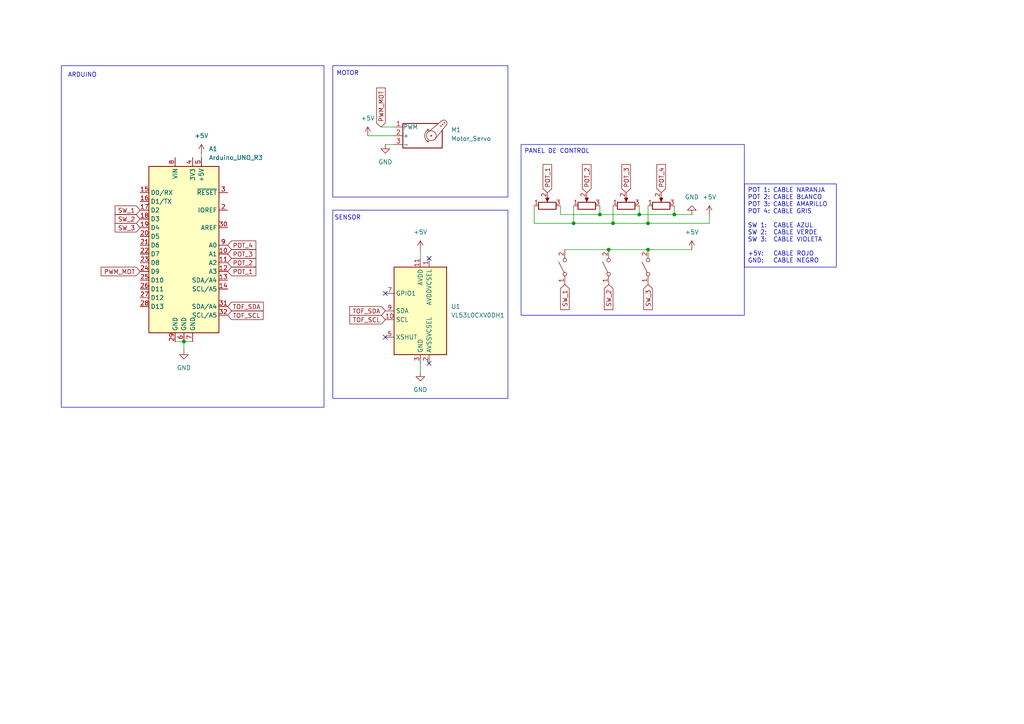
<source format=kicad_sch>
(kicad_sch (version 20250114) (generator "eeschema") (generator_version "9.0")
  (paper "A4")
  (lib_symbols
    (symbol "Device:R_Potentiometer" (pin_names (offset 1.016) (hide yes))
      (property "Reference" "RV" (at -4.445 0 90))
      (property "Value" "R_Potentiometer" (at -2.54 0 90))
      (symbol "R_Potentiometer_0_1"
        (rectangle (start 1.016 2.54) (end -1.016 -2.54) (stroke (width 0.254)))
        (polyline (pts (xy 1.143 0) (xy 2.286 0.508) (xy 2.286 -0.508) (xy 1.143 0)) (fill (type outline)))
        (polyline (pts (xy 2.54 0) (xy 1.524 0)))
      )
      (symbol "R_Potentiometer_1_1"
        (pin passive line (at 0 3.81 270) (length 1.27) (name "1") (number "1"))
        (pin passive line (at 0 -3.81 90) (length 1.27) (name "3") (number "3"))
        (pin passive line (at 3.81 0 180) (length 1.27) (name "2") (number "2"))
      )
    )
    (symbol "MCU_Module:Arduino_UNO_R3"
      (property "Reference" "A" (at -10.16 23.495 0))
      (property "Value" "Arduino_UNO_R3" (at 5.08 -26.67 0))
      (symbol "Arduino_UNO_R3_0_1"
        (rectangle (start -10.16 22.86) (end 10.16 -25.4) (stroke (width 0.254)) (fill (type background)))
      )
      (symbol "Arduino_UNO_R3_1_1"
        (pin bidirectional line (at -12.7 15.24 0) (length 2.54) (name "D0/RX") (number "15"))
        (pin bidirectional line (at -12.7 12.7 0) (length 2.54) (name "D1/TX") (number "16"))
        (pin bidirectional line (at -12.7 10.16 0) (length 2.54) (name "D2") (number "17"))
        (pin bidirectional line (at -12.7 7.62 0) (length 2.54) (name "D3") (number "18"))
        (pin bidirectional line (at -12.7 5.08 0) (length 2.54) (name "D4") (number "19"))
        (pin bidirectional line (at -12.7 2.54 0) (length 2.54) (name "D5") (number "20"))
        (pin bidirectional line (at -12.7 0 0) (length 2.54) (name "D6") (number "21"))
        (pin bidirectional line (at -12.7 -2.54 0) (length 2.54) (name "D7") (number "22"))
        (pin bidirectional line (at -12.7 -5.08 0) (length 2.54) (name "D8") (number "23"))
        (pin bidirectional line (at -12.7 -7.62 0) (length 2.54) (name "D9") (number "24"))
        (pin bidirectional line (at -12.7 -10.16 0) (length 2.54) (name "D10") (number "25"))
        (pin bidirectional line (at -12.7 -12.7 0) (length 2.54) (name "D11") (number "26"))
        (pin bidirectional line (at -12.7 -15.24 0) (length 2.54) (name "D12") (number "27"))
        (pin bidirectional line (at -12.7 -17.78 0) (length 2.54) (name "D13") (number "28"))
        (pin no_connect line (at -10.16 -20.32 0) (length 2.54) (hide yes) (name "NC") (number "1"))
        (pin power_in line (at -2.54 25.4 270) (length 2.54) (name "VIN") (number "8"))
        (pin power_in line (at -2.54 -27.94 90) (length 2.54) (name "GND") (number "29"))
        (pin power_in line (at 0 -27.94 90) (length 2.54) (name "GND") (number "6"))
        (pin power_out line (at 2.54 25.4 270) (length 2.54) (name "3V3") (number "4"))
        (pin power_in line (at 2.54 -27.94 90) (length 2.54) (name "GND") (number "7"))
        (pin power_out line (at 5.08 25.4 270) (length 2.54) (name "+5V") (number "5"))
        (pin input line (at 12.7 15.24 180) (length 2.54) (name "~{RESET}") (number "3"))
        (pin output line (at 12.7 10.16 180) (length 2.54) (name "IOREF") (number "2"))
        (pin input line (at 12.7 5.08 180) (length 2.54) (name "AREF") (number "30"))
        (pin bidirectional line (at 12.7 0 180) (length 2.54) (name "A0") (number "9"))
        (pin bidirectional line (at 12.7 -2.54 180) (length 2.54) (name "A1") (number "10"))
        (pin bidirectional line (at 12.7 -5.08 180) (length 2.54) (name "A2") (number "11"))
        (pin bidirectional line (at 12.7 -7.62 180) (length 2.54) (name "A3") (number "12"))
        (pin bidirectional line (at 12.7 -10.16 180) (length 2.54) (name "SDA/A4") (number "13"))
        (pin bidirectional line (at 12.7 -12.7 180) (length 2.54) (name "SCL/A5") (number "14"))
        (pin bidirectional line (at 12.7 -17.78 180) (length 2.54) (name "SDA/A4") (number "31"))
        (pin bidirectional line (at 12.7 -20.32 180) (length 2.54) (name "SCL/A5") (number "32"))
      )
    )
    (symbol "Motor:Motor_Servo" (pin_names (offset 0.0254))
      (property "Reference" "M" (at -5.08 4.445 0))
      (property "Value" "Motor_Servo" (at -5.08 -4.064 0))
      (symbol "Motor_Servo_0_1"
        (polyline (pts (xy 2.413 1.778) (xy 1.905 1.778)))
        (polyline (pts (xy 2.413 1.778) (xy 2.286 1.397)))
        (polyline (pts (xy 2.413 -1.778) (xy 2.032 -1.778)))
        (polyline (pts (xy 2.413 -1.778) (xy 2.286 -1.397)))
        (arc (start 2.413 -1.778) (mid 1.2406 0) (end 2.413 1.778))
        (circle (center 3.175 0) (radius 0.1778))
        (circle (center 3.175 0) (radius 1.4224))
        (polyline (pts (xy 5.08 3.556) (xy -5.08 3.556) (xy -5.08 -3.556) (xy 6.35 -3.556) (xy 6.35 1.524)) (stroke (width 0.254)))
        (circle (center 5.969 2.794) (radius 0.127))
        (polyline (pts (xy 6.35 4.445) (xy 2.54 1.27)))
        (circle (center 6.477 3.302) (radius 0.127))
        (arc (start 6.35 4.445) (mid 7.4487 4.2737) (end 7.62 3.175))
        (circle (center 6.985 3.81) (radius 0.127))
        (polyline (pts (xy 7.62 3.175) (xy 4.191 -1.016)))
      )
      (symbol "Motor_Servo_1_1"
        (pin passive line (at -7.62 2.54 0) (length 2.54) (name "PWM") (number "1"))
        (pin passive line (at -7.62 0 0) (length 2.54) (name "+") (number "2"))
        (pin passive line (at -7.62 -2.54 0) (length 2.54) (name "-") (number "3"))
      )
    )
    (symbol "Sensor_Distance:VL53L0CXV0DH1"
      (property "Reference" "U" (at -6.35 13.97 0))
      (property "Value" "VL53L0CXV0DH1" (at 12.065 13.97 0))
      (symbol "VL53L0CXV0DH1_0_1"
        (rectangle (start -7.62 12.7) (end 7.62 -12.7) (stroke (width 0.254)) (fill (type background)))
      )
      (symbol "VL53L0CXV0DH1_1_1"
        (pin open_collector line (at -10.16 5.08 0) (length 2.54) (name "GPIO1") (number "7"))
        (pin bidirectional line (at -10.16 0 0) (length 2.54) (name "SDA") (number "9"))
        (pin input line (at -10.16 -2.54 0) (length 2.54) (name "SCL") (number "10"))
        (pin input line (at -10.16 -7.62 0) (length 2.54) (name "XSHUT") (number "5"))
        (pin no_connect line (at -7.62 7.62 0) (length 2.54) (hide yes) (name "DNC") (number "8"))
        (pin power_in line (at 0 15.24 270) (length 2.54) (name "AVDD") (number "11"))
        (pin passive line (at 0 -15.24 90) (length 2.54) (hide yes) (name "GND") (number "12"))
        (pin power_in line (at 0 -15.24 90) (length 2.54) (name "GND") (number "3"))
        (pin passive line (at 0 -15.24 90) (length 2.54) (hide yes) (name "GND") (number "4"))
        (pin passive line (at 0 -15.24 90) (length 2.54) (hide yes) (name "GND") (number "6"))
        (pin power_in line (at 2.54 15.24 270) (length 2.54) (name "AVDDVCSEL") (number "1"))
        (pin power_in line (at 2.54 -15.24 90) (length 2.54) (name "AVSSVCSEL") (number "2"))
      )
    )
    (symbol "Switch:SW_SPST" (pin_names (offset 0) (hide yes))
      (property "Reference" "SW" (at 0 3.175 0))
      (property "Value" "SW_SPST" (at 0 -2.54 0))
      (symbol "SW_SPST_0_0"
        (circle (center -2.032 0) (radius 0.508))
        (polyline (pts (xy -1.524 0.254) (xy 1.524 1.778)))
        (circle (center 2.032 0) (radius 0.508))
      )
      (symbol "SW_SPST_1_1"
        (pin passive line (at -5.08 0 0) (length 2.54) (name "A") (number "1"))
        (pin passive line (at 5.08 0 180) (length 2.54) (name "B") (number "2"))
      )
    )
    (symbol "power:+5V" (power) (pin_numbers (hide yes)) (pin_names (offset 0) (hide yes))
      (property "Value" "+5V" (at 0 3.556 0))
      (symbol "+5V_0_1"
        (polyline (pts (xy -0.762 1.27) (xy 0 2.54)))
        (polyline (pts (xy 0 2.54) (xy 0.762 1.27)))
        (polyline (pts (xy 0 0) (xy 0 2.54)))
      )
      (symbol "+5V_1_1"
        (pin power_in line (at 0 0 90) (length 0) (name "~") (number "1"))
      )
    )
    (symbol "power:GND" (power) (pin_numbers (hide yes)) (pin_names (offset 0) (hide yes))
      (property "Value" "GND" (at 0 -3.81 0))
      (symbol "GND_0_1"
        (polyline (pts (xy 0 0) (xy 0 -1.27) (xy 1.27 -1.27) (xy 0 -2.54) (xy -1.27 -1.27) (xy 0 -1.27)))
      )
      (symbol "GND_1_1"
        (pin power_in line (at 0 0 270) (length 0) (name "~") (number "1"))
      )
    )
  )
  (rectangle (start 96.52 19.05) (end 147.32 57.15))
  (rectangle (start 96.52 60.96) (end 147.32 115.57))
  (rectangle (start 17.78 19.05) (end 93.98 118.11))
  (rectangle (start 151.13 41.91) (end 215.9 91.44))
  (text "MOTOR" (at 100.838 21.336 0) (effects (font (size 1.27 1.27))))
  (text "ARDUINO" (at 23.876 21.844 0) (effects (font (size 1.27 1.27))))
  (text "PANEL DE CONTROL" (at 161.544 43.942 0) (effects (font (size 1.27 1.27))))
  (text "SENSOR" (at 100.838 63.246 0) (effects (font (size 1.27 1.27))))
  (text_box "POT 1: CABLE NARANJA\nPOT 2: CABLE BLANCO\nPOT 3: CABLE AMARILLO\nPOT 4: CABLE GRIS\n\nSW 1:  CABLE AZUL\nSW 2:  CABLE VERDE\nSW 3:  CABLE VIOLETA\n\n+5V:   CABLE ROJO\nGND:   CABLE NEGRO" (at 215.9 53.34 0) (size 26.67 24.13) (margins 0.9525 0.9525 0.9525 0.9525) (effects (font (size 1.27 1.27)) (justify left top)))
  (junction (at 173.99 62.23))
  (junction (at 53.34 99.06))
  (junction (at 177.8 64.77))
  (junction (at 195.58 62.23))
  (junction (at 187.96 64.77))
  (junction (at 176.53 72.39))
  (junction (at 187.96 72.39))
  (junction (at 166.37 64.77))
  (junction (at 185.42 62.23))
  (no_connect (at 124.46 105.41))
  (no_connect (at 111.76 97.79))
  (no_connect (at 124.46 74.93))
  (no_connect (at 111.76 85.09))
  (wire (pts (xy 187.96 59.69) (xy 187.96 64.77)))
  (wire (pts (xy 162.56 62.23) (xy 173.99 62.23)))
  (wire (pts (xy 187.96 72.39) (xy 200.66 72.39)))
  (wire (pts (xy 53.34 99.06) (xy 55.88 99.06)))
  (wire (pts (xy 154.94 59.69) (xy 154.94 64.77)))
  (wire (pts (xy 58.42 44.45) (xy 58.42 45.72)))
  (wire (pts (xy 185.42 59.69) (xy 185.42 62.23)))
  (wire (pts (xy 50.8 99.06) (xy 53.34 99.06)))
  (wire (pts (xy 166.37 59.69) (xy 166.37 64.77)))
  (wire (pts (xy 106.68 39.37) (xy 114.3 39.37)))
  (wire (pts (xy 177.8 64.77) (xy 187.96 64.77)))
  (wire (pts (xy 121.92 105.41) (xy 121.92 107.95)))
  (wire (pts (xy 173.99 62.23) (xy 185.42 62.23)))
  (wire (pts (xy 166.37 64.77) (xy 177.8 64.77)))
  (wire (pts (xy 163.83 72.39) (xy 176.53 72.39)))
  (wire (pts (xy 185.42 62.23) (xy 195.58 62.23)))
  (wire (pts (xy 111.76 41.91) (xy 114.3 41.91)))
  (wire (pts (xy 121.92 72.39) (xy 121.92 74.93)))
  (wire (pts (xy 173.99 59.69) (xy 173.99 62.23)))
  (wire (pts (xy 195.58 62.23) (xy 200.66 62.23)))
  (wire (pts (xy 177.8 59.69) (xy 177.8 64.77)))
  (wire (pts (xy 187.96 64.77) (xy 205.74 64.77)))
  (wire (pts (xy 195.58 59.69) (xy 195.58 62.23)))
  (wire (pts (xy 205.74 62.23) (xy 205.74 64.77)))
  (wire (pts (xy 176.53 72.39) (xy 187.96 72.39)))
  (wire (pts (xy 110.49 36.83) (xy 114.3 36.83)))
  (wire (pts (xy 154.94 64.77) (xy 166.37 64.77)))
  (wire (pts (xy 162.56 59.69) (xy 162.56 62.23)))
  (wire (pts (xy 53.34 99.06) (xy 53.34 101.6)))
  (global_label "SW_3" (shape input) (at 187.96 82.55 270) (property "Intersheetrefs" "${INTERSHEET_REFS}" (effects (hide yes))))
  (global_label "SW_3" (shape input) (at 40.64 66.04 180) (property "Intersheetrefs" "${INTERSHEET_REFS}" (effects (hide yes))))
  (global_label "POT_4" (shape input) (at 191.77 55.88 90) (property "Intersheetrefs" "${INTERSHEET_REFS}" (effects (hide yes))))
  (global_label "POT_4" (shape input) (at 66.04 71.12 0) (property "Intersheetrefs" "${INTERSHEET_REFS}" (effects (hide yes))))
  (global_label "SW_2" (shape input) (at 40.64 63.5 180) (property "Intersheetrefs" "${INTERSHEET_REFS}" (effects (hide yes))))
  (global_label "SW_1" (shape input) (at 40.64 60.96 180) (property "Intersheetrefs" "${INTERSHEET_REFS}" (effects (hide yes))))
  (global_label "SW_2" (shape input) (at 176.53 82.55 270) (property "Intersheetrefs" "${INTERSHEET_REFS}" (effects (hide yes))))
  (global_label "TOF_SDA" (shape input) (at 111.76 90.17 180) (property "Intersheetrefs" "${INTERSHEET_REFS}" (effects (hide yes))))
  (global_label "TOF_SDA" (shape input) (at 66.04 88.9 0) (property "Intersheetrefs" "${INTERSHEET_REFS}" (effects (hide yes))))
  (global_label "SW_1" (shape input) (at 163.83 82.55 270) (property "Intersheetrefs" "${INTERSHEET_REFS}" (effects (hide yes))))
  (global_label "PWM_MOT" (shape input) (at 40.64 78.74 180) (property "Intersheetrefs" "${INTERSHEET_REFS}" (effects (hide yes))))
  (global_label "PWM_MOT" (shape input) (at 110.49 36.83 90) (property "Intersheetrefs" "${INTERSHEET_REFS}" (effects (hide yes))))
  (global_label "POT_3" (shape input) (at 181.61 55.88 90) (property "Intersheetrefs" "${INTERSHEET_REFS}" (effects (hide yes))))
  (global_label "POT_2" (shape input) (at 170.18 55.88 90) (property "Intersheetrefs" "${INTERSHEET_REFS}" (effects (hide yes))))
  (global_label "POT_2" (shape input) (at 66.04 76.2 0) (property "Intersheetrefs" "${INTERSHEET_REFS}" (effects (hide yes))))
  (global_label "POT_1" (shape input) (at 66.04 78.74 0) (property "Intersheetrefs" "${INTERSHEET_REFS}" (effects (hide yes))))
  (global_label "TOF_SCL" (shape input) (at 66.04 91.44 0) (property "Intersheetrefs" "${INTERSHEET_REFS}" (effects (hide yes))))
  (global_label "POT_3" (shape input) (at 66.04 73.66 0) (property "Intersheetrefs" "${INTERSHEET_REFS}" (effects (hide yes))))
  (global_label "POT_1" (shape input) (at 158.75 55.88 90) (property "Intersheetrefs" "${INTERSHEET_REFS}" (effects (hide yes))))
  (global_label "TOF_SCL" (shape input) (at 111.76 92.71 180) (property "Intersheetrefs" "${INTERSHEET_REFS}" (effects (hide yes))))
  (symbol (lib_id "power:GND") (at 53.34 101.6 0) (unit 1)
    (property "Reference" "#PWR07" (effects (hide yes)))
    (property "Value" "GND" (at 53.34 106.68 0))
    (property "Description" "Power symbol creates a global label with name \"GND\" , ground" (effects (hide yes)))
  )
  (symbol (lib_id "power:GND") (at 200.66 62.23 180) (unit 1)
    (property "Reference" "#PWR02" (effects (hide yes)))
    (property "Value" "GND" (at 200.66 57.15 0))
    (property "Description" "Power symbol creates a global label with name \"GND\" , ground" (effects (hide yes)))
  )
  (symbol (lib_id "MCU_Module:Arduino_UNO_R3") (at 53.34 71.12 0) (unit 1)
    (property "Reference" "A1" (at 60.5633 43.18 0) (effects (justify left)))
    (property "Value" "Arduino_UNO_R3" (at 60.5633 45.72 0) (effects (justify left)))
    (property "Footprint" "Module:Arduino_UNO_R3" (effects (hide yes)))
    (property "Datasheet" "https://www.arduino.cc/en/Main/arduinoBoardUno" (effects (hide yes)))
    (property "Description" "Arduino UNO Microcontroller Module, release 3" (effects (hide yes)))
  )
  (symbol (lib_id "power:+5V") (at 205.74 62.23 0) (unit 1)
    (property "Reference" "#PWR01" (effects (hide yes)))
    (property "Value" "+5V" (at 205.74 57.15 0))
    (property "Description" "Power symbol creates a global label with name \"+5V\"" (effects (hide yes)))
  )
  (symbol (lib_id "power:GND") (at 111.76 41.91 0) (unit 1)
    (property "Reference" "#PWR05" (effects (hide yes)))
    (property "Value" "GND" (at 111.76 46.99 0))
    (property "Description" "Power symbol creates a global label with name \"GND\" , ground" (effects (hide yes)))
  )
  (symbol (lib_id "Device:R_Potentiometer") (at 158.75 59.69 90) (unit 1)
    (property "Reference" "RV4" (effects (hide yes)))
    (property "Value" "R_Potentiometer" (effects (hide yes)))
    (property "Description" "Potentiometer" (effects (hide yes)))
  )
  (symbol (lib_id "power:+5V") (at 106.68 39.37 0) (unit 1)
    (property "Reference" "#PWR04" (effects (hide yes)))
    (property "Value" "+5V" (at 106.68 34.29 0))
    (property "Description" "Power symbol creates a global label with name \"+5V\"" (effects (hide yes)))
  )
  (symbol (lib_id "power:+5V") (at 121.92 72.39 0) (unit 1)
    (property "Reference" "#PWR08" (effects (hide yes)))
    (property "Value" "+5V" (at 121.92 67.31 0))
    (property "Description" "Power symbol creates a global label with name \"+5V\"" (effects (hide yes)))
  )
  (symbol (lib_id "power:+5V") (at 200.66 72.39 0) (unit 1)
    (property "Reference" "#PWR03" (effects (hide yes)))
    (property "Value" "+5V" (at 200.66 67.31 0))
    (property "Description" "Power symbol creates a global label with name \"+5V\"" (effects (hide yes)))
  )
  (symbol (lib_id "Device:R_Potentiometer") (at 170.18 59.69 90) (unit 1)
    (property "Reference" "RV3" (effects (hide yes)))
    (property "Value" "R_Potentiometer" (effects (hide yes)))
    (property "Description" "Potentiometer" (effects (hide yes)))
  )
  (symbol (lib_id "Switch:SW_SPST") (at 163.83 77.47 90) (unit 1)
    (property "Reference" "SW1" (effects (hide yes)))
    (property "Value" "SW_SPST" (effects (hide yes)))
    (property "Description" "Single Pole Single Throw (SPST) switch" (effects (hide yes)))
  )
  (symbol (lib_id "Device:R_Potentiometer") (at 181.61 59.69 90) (unit 1)
    (property "Reference" "RV2" (effects (hide yes)))
    (property "Value" "R_Potentiometer" (effects (hide yes)))
    (property "Description" "Potentiometer" (effects (hide yes)))
  )
  (symbol (lib_id "power:+5V") (at 58.42 44.45 0) (unit 1)
    (property "Reference" "#PWR06" (effects (hide yes)))
    (property "Value" "+5V" (at 58.42 39.37 0))
    (property "Description" "Power symbol creates a global label with name \"+5V\"" (effects (hide yes)))
  )
  (symbol (lib_id "Switch:SW_SPST") (at 176.53 77.47 90) (unit 1)
    (property "Reference" "SW2" (effects (hide yes)))
    (property "Value" "SW_SPST" (effects (hide yes)))
    (property "Description" "Single Pole Single Throw (SPST) switch" (effects (hide yes)))
  )
  (symbol (lib_id "Device:R_Potentiometer") (at 191.77 59.69 90) (unit 1)
    (property "Reference" "RV1" (effects (hide yes)))
    (property "Value" "R_Potentiometer" (effects (hide yes)))
    (property "Description" "Potentiometer" (effects (hide yes)))
  )
  (symbol (lib_id "Switch:SW_SPST") (at 187.96 77.47 90) (unit 1)
    (property "Reference" "SW3" (effects (hide yes)))
    (property "Value" "SW_SPST" (effects (hide yes)))
    (property "Description" "Single Pole Single Throw (SPST) switch" (effects (hide yes)))
  )
  (symbol (lib_id "Motor:Motor_Servo") (at 121.92 39.37 0) (unit 1)
    (property "Reference" "M1" (at 130.81 37.6668 0) (effects (justify left)))
    (property "Value" "Motor_Servo" (at 130.81 40.2068 0) (effects (justify left)))
    (property "Datasheet" "http://forums.parallax.com/uploads/attachments/46831/74481.png" (effects (hide yes)))
    (property "Description" "Servo Motor (Futaba, HiTec, JR connector)" (effects (hide yes)))
  )
  (symbol (lib_id "power:GND") (at 121.92 107.95 0) (unit 1)
    (property "Reference" "#PWR09" (effects (hide yes)))
    (property "Value" "GND" (at 121.92 113.03 0))
    (property "Description" "Power symbol creates a global label with name \"GND\" , ground" (effects (hide yes)))
  )
  (symbol (lib_id "Sensor_Distance:VL53L0CXV0DH1") (at 121.92 90.17 0) (unit 1)
    (property "Reference" "U1" (at 130.81 88.8999 0) (effects (justify left)))
    (property "Value" "VL53L0CXV0DH1" (at 130.81 91.4399 0) (effects (justify left)))
    (property "Footprint" "Sensor_Distance:ST_VL53L1x" (effects (hide yes)))
    (property "Datasheet" "https://www.st.com/resource/en/datasheet/vl53l0x.pdf" (effects (hide yes)))
    (property "Description" "2m distance ranging ToF sensor, Optical LGA12" (effects (hide yes)))
  )
)
</source>
